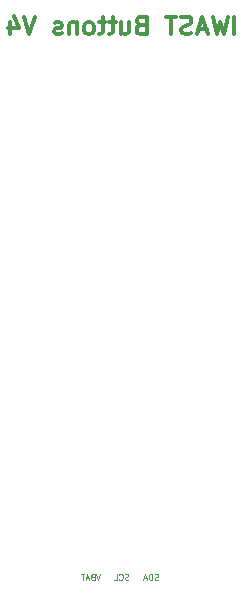
<source format=gbo>
G04 #@! TF.GenerationSoftware,KiCad,Pcbnew,(5.1.9)-1*
G04 #@! TF.CreationDate,2021-07-28T09:13:25+02:00*
G04 #@! TF.ProjectId,STEM,5354454d-2e6b-4696-9361-645f70636258,A*
G04 #@! TF.SameCoordinates,Original*
G04 #@! TF.FileFunction,Legend,Bot*
G04 #@! TF.FilePolarity,Positive*
%FSLAX46Y46*%
G04 Gerber Fmt 4.6, Leading zero omitted, Abs format (unit mm)*
G04 Created by KiCad (PCBNEW (5.1.9)-1) date 2021-07-28 09:13:25*
%MOMM*%
%LPD*%
G01*
G04 APERTURE LIST*
%ADD10C,0.300000*%
%ADD11C,0.125000*%
G04 APERTURE END LIST*
D10*
X132090714Y-90213571D02*
X132090714Y-88713571D01*
X131519285Y-88713571D02*
X131162142Y-90213571D01*
X130876428Y-89142142D01*
X130590714Y-90213571D01*
X130233571Y-88713571D01*
X129733571Y-89785000D02*
X129019285Y-89785000D01*
X129876428Y-90213571D02*
X129376428Y-88713571D01*
X128876428Y-90213571D01*
X128447857Y-90142142D02*
X128233571Y-90213571D01*
X127876428Y-90213571D01*
X127733571Y-90142142D01*
X127662142Y-90070714D01*
X127590714Y-89927857D01*
X127590714Y-89785000D01*
X127662142Y-89642142D01*
X127733571Y-89570714D01*
X127876428Y-89499285D01*
X128162142Y-89427857D01*
X128305000Y-89356428D01*
X128376428Y-89285000D01*
X128447857Y-89142142D01*
X128447857Y-88999285D01*
X128376428Y-88856428D01*
X128305000Y-88785000D01*
X128162142Y-88713571D01*
X127805000Y-88713571D01*
X127590714Y-88785000D01*
X127162142Y-88713571D02*
X126305000Y-88713571D01*
X126733571Y-90213571D02*
X126733571Y-88713571D01*
X124162142Y-89427857D02*
X123947857Y-89499285D01*
X123876428Y-89570714D01*
X123805000Y-89713571D01*
X123805000Y-89927857D01*
X123876428Y-90070714D01*
X123947857Y-90142142D01*
X124090714Y-90213571D01*
X124662142Y-90213571D01*
X124662142Y-88713571D01*
X124162142Y-88713571D01*
X124019285Y-88785000D01*
X123947857Y-88856428D01*
X123876428Y-88999285D01*
X123876428Y-89142142D01*
X123947857Y-89285000D01*
X124019285Y-89356428D01*
X124162142Y-89427857D01*
X124662142Y-89427857D01*
X122519285Y-89213571D02*
X122519285Y-90213571D01*
X123162142Y-89213571D02*
X123162142Y-89999285D01*
X123090714Y-90142142D01*
X122947857Y-90213571D01*
X122733571Y-90213571D01*
X122590714Y-90142142D01*
X122519285Y-90070714D01*
X122019285Y-89213571D02*
X121447857Y-89213571D01*
X121805000Y-88713571D02*
X121805000Y-89999285D01*
X121733571Y-90142142D01*
X121590714Y-90213571D01*
X121447857Y-90213571D01*
X121162142Y-89213571D02*
X120590714Y-89213571D01*
X120947857Y-88713571D02*
X120947857Y-89999285D01*
X120876428Y-90142142D01*
X120733571Y-90213571D01*
X120590714Y-90213571D01*
X119876428Y-90213571D02*
X120019285Y-90142142D01*
X120090714Y-90070714D01*
X120162142Y-89927857D01*
X120162142Y-89499285D01*
X120090714Y-89356428D01*
X120019285Y-89285000D01*
X119876428Y-89213571D01*
X119662142Y-89213571D01*
X119519285Y-89285000D01*
X119447857Y-89356428D01*
X119376428Y-89499285D01*
X119376428Y-89927857D01*
X119447857Y-90070714D01*
X119519285Y-90142142D01*
X119662142Y-90213571D01*
X119876428Y-90213571D01*
X118733571Y-89213571D02*
X118733571Y-90213571D01*
X118733571Y-89356428D02*
X118662142Y-89285000D01*
X118519285Y-89213571D01*
X118305000Y-89213571D01*
X118162142Y-89285000D01*
X118090714Y-89427857D01*
X118090714Y-90213571D01*
X117447857Y-90142142D02*
X117305000Y-90213571D01*
X117019285Y-90213571D01*
X116876428Y-90142142D01*
X116805000Y-89999285D01*
X116805000Y-89927857D01*
X116876428Y-89785000D01*
X117019285Y-89713571D01*
X117233571Y-89713571D01*
X117376428Y-89642142D01*
X117447857Y-89499285D01*
X117447857Y-89427857D01*
X117376428Y-89285000D01*
X117233571Y-89213571D01*
X117019285Y-89213571D01*
X116876428Y-89285000D01*
X115233571Y-88713571D02*
X114733571Y-90213571D01*
X114233571Y-88713571D01*
X113090714Y-89213571D02*
X113090714Y-90213571D01*
X113447857Y-88642142D02*
X113805000Y-89713571D01*
X112876428Y-89713571D01*
D11*
X120741428Y-135914190D02*
X120574761Y-136414190D01*
X120408095Y-135914190D01*
X120074761Y-136152285D02*
X120003333Y-136176095D01*
X119979523Y-136199904D01*
X119955714Y-136247523D01*
X119955714Y-136318952D01*
X119979523Y-136366571D01*
X120003333Y-136390380D01*
X120050952Y-136414190D01*
X120241428Y-136414190D01*
X120241428Y-135914190D01*
X120074761Y-135914190D01*
X120027142Y-135938000D01*
X120003333Y-135961809D01*
X119979523Y-136009428D01*
X119979523Y-136057047D01*
X120003333Y-136104666D01*
X120027142Y-136128476D01*
X120074761Y-136152285D01*
X120241428Y-136152285D01*
X119765238Y-136271333D02*
X119527142Y-136271333D01*
X119812857Y-136414190D02*
X119646190Y-135914190D01*
X119479523Y-136414190D01*
X119384285Y-135914190D02*
X119098571Y-135914190D01*
X119241428Y-136414190D02*
X119241428Y-135914190D01*
X125627142Y-136400380D02*
X125555714Y-136424190D01*
X125436666Y-136424190D01*
X125389047Y-136400380D01*
X125365238Y-136376571D01*
X125341428Y-136328952D01*
X125341428Y-136281333D01*
X125365238Y-136233714D01*
X125389047Y-136209904D01*
X125436666Y-136186095D01*
X125531904Y-136162285D01*
X125579523Y-136138476D01*
X125603333Y-136114666D01*
X125627142Y-136067047D01*
X125627142Y-136019428D01*
X125603333Y-135971809D01*
X125579523Y-135948000D01*
X125531904Y-135924190D01*
X125412857Y-135924190D01*
X125341428Y-135948000D01*
X125127142Y-136424190D02*
X125127142Y-135924190D01*
X125008095Y-135924190D01*
X124936666Y-135948000D01*
X124889047Y-135995619D01*
X124865238Y-136043238D01*
X124841428Y-136138476D01*
X124841428Y-136209904D01*
X124865238Y-136305142D01*
X124889047Y-136352761D01*
X124936666Y-136400380D01*
X125008095Y-136424190D01*
X125127142Y-136424190D01*
X124650952Y-136281333D02*
X124412857Y-136281333D01*
X124698571Y-136424190D02*
X124531904Y-135924190D01*
X124365238Y-136424190D01*
X123115238Y-136380380D02*
X123043809Y-136404190D01*
X122924761Y-136404190D01*
X122877142Y-136380380D01*
X122853333Y-136356571D01*
X122829523Y-136308952D01*
X122829523Y-136261333D01*
X122853333Y-136213714D01*
X122877142Y-136189904D01*
X122924761Y-136166095D01*
X123020000Y-136142285D01*
X123067619Y-136118476D01*
X123091428Y-136094666D01*
X123115238Y-136047047D01*
X123115238Y-135999428D01*
X123091428Y-135951809D01*
X123067619Y-135928000D01*
X123020000Y-135904190D01*
X122900952Y-135904190D01*
X122829523Y-135928000D01*
X122329523Y-136356571D02*
X122353333Y-136380380D01*
X122424761Y-136404190D01*
X122472380Y-136404190D01*
X122543809Y-136380380D01*
X122591428Y-136332761D01*
X122615238Y-136285142D01*
X122639047Y-136189904D01*
X122639047Y-136118476D01*
X122615238Y-136023238D01*
X122591428Y-135975619D01*
X122543809Y-135928000D01*
X122472380Y-135904190D01*
X122424761Y-135904190D01*
X122353333Y-135928000D01*
X122329523Y-135951809D01*
X121877142Y-136404190D02*
X122115238Y-136404190D01*
X122115238Y-135904190D01*
M02*

</source>
